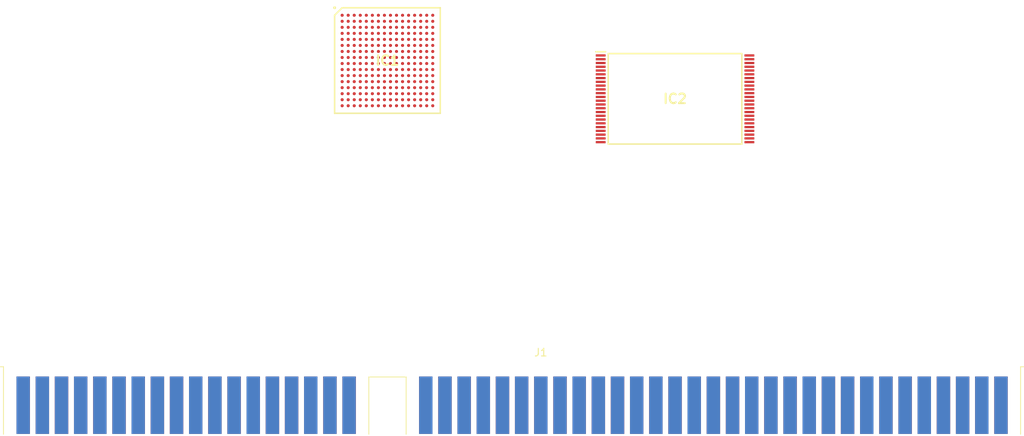
<source format=kicad_pcb>
(kicad_pcb (version 20211014) (generator pcbnew)
  (layers (0 "F.Cu" signal) (31 "B.Cu" signal) (34 "B.Paste" user) (35 "F.Paste" user) (36 "B.SilkS" user "B.Silkscreen") (37 "F.SilkS" user "F.Silkscreen") (38 "B.Mask" user) (39 "F.Mask" user) (44 "Edge.Cuts" user))
  (net 0 "")
  (net 312 "3V3")
  (net 313 "GND")
  (net 314 "1V2")
  (net 315 "VCCPLL")
  (footprint "SamacSys_Parts:BGA256C80P16X16_1400X1400X170" (layer "F.Cu") (at 114.3 88.9)
    (fp_text reference "IC1" (at 0 0) (layer "F.SilkS") (effects (font (size 1.27 1.27) (thickness 0.254))))
    (fp_text value "ICE40HX8K-CT256" hide)
    (fp_line (start 7 7) (end -7 7) (layer "F.SilkS") (width 0.2))
    (fp_line (start -7 -6) (end -6 -7) (layer "F.SilkS") (width 0.2))
    (fp_line (start -7 7) (end -7 -6) (layer "F.SilkS") (width 0.2))
    (fp_line (start 7 -7) (end 7 7) (layer "F.SilkS") (width 0.2))
    (fp_line (start -6 -7) (end 7 -7) (layer "F.SilkS") (width 0.2))
    (fp_circle (center -7 -7) (end -7 -6.9) (layer "F.SilkS") (width 0.2) (fill none))
    (pad "A1" smd circle locked (at -6 -6 90) (size 0.41 0.41) (layers "F.Cu" "F.Paste" "F.Mask"))
    (pad "A2" smd circle locked (at -5.2 -6 90) (size 0.41 0.41) (layers "F.Cu" "F.Paste" "F.Mask"))
    (pad "A3" smd circle locked (at -4.4 -6 90) (size 0.41 0.41) (layers "F.Cu" "F.Paste" "F.Mask") (net 312 "3V3"))
    (pad "A4" smd circle locked (at -3.6 -6 90) (size 0.41 0.41) (layers "F.Cu" "F.Paste" "F.Mask") (net 313 "GND"))
    (pad "A5" smd circle locked (at -2.8 -6 90) (size 0.41 0.41) (layers "F.Cu" "F.Paste" "F.Mask"))
    (pad "A6" smd circle locked (at -2 -6 90) (size 0.41 0.41) (layers "F.Cu" "F.Paste" "F.Mask"))
    (pad "A7" smd circle locked (at -1.2 -6 90) (size 0.41 0.41) (layers "F.Cu" "F.Paste" "F.Mask"))
    (pad "A8" smd circle locked (at -0.4 -6 90) (size 0.41 0.41) (layers "F.Cu" "F.Paste" "F.Mask") (net 312 "3V3"))
    (pad "A9" smd circle locked (at 0.4 -6 90) (size 0.41 0.41) (layers "F.Cu" "F.Paste" "F.Mask"))
    (pad "A10" smd circle locked (at 1.2 -6 90) (size 0.41 0.41) (layers "F.Cu" "F.Paste" "F.Mask"))
    (pad "A11" smd circle locked (at 2 -6 90) (size 0.41 0.41) (layers "F.Cu" "F.Paste" "F.Mask"))
    (pad "A12" smd circle locked (at 2.8 -6 90) (size 0.41 0.41) (layers "F.Cu" "F.Paste" "F.Mask") (net 313 "GND"))
    (pad "A13" smd circle locked (at 3.6 -6 90) (size 0.41 0.41) (layers "F.Cu" "F.Paste" "F.Mask") (net 312 "3V3"))
    (pad "A14" smd circle locked (at 4.4 -6 90) (size 0.41 0.41) (layers "F.Cu" "F.Paste" "F.Mask") (net 314 "1V2"))
    (pad "A15" smd circle locked (at 5.2 -6 90) (size 0.41 0.41) (layers "F.Cu" "F.Paste" "F.Mask"))
    (pad "A16" smd circle locked (at 6 -6 90) (size 0.41 0.41) (layers "F.Cu" "F.Paste" "F.Mask"))
    (pad "B1" smd circle locked (at -6 -5.2 90) (size 0.41 0.41) (layers "F.Cu" "F.Paste" "F.Mask"))
    (pad "B2" smd circle locked (at -5.2 -5.2 90) (size 0.41 0.41) (layers "F.Cu" "F.Paste" "F.Mask"))
    (pad "B3" smd circle locked (at -4.4 -5.2 90) (size 0.41 0.41) (layers "F.Cu" "F.Paste" "F.Mask"))
    (pad "B4" smd circle locked (at -3.6 -5.2 90) (size 0.41 0.41) (layers "F.Cu" "F.Paste" "F.Mask"))
    (pad "B5" smd circle locked (at -2.8 -5.2 90) (size 0.41 0.41) (layers "F.Cu" "F.Paste" "F.Mask"))
    (pad "B6" smd circle locked (at -2 -5.2 90) (size 0.41 0.41) (layers "F.Cu" "F.Paste" "F.Mask"))
    (pad "B7" smd circle locked (at -1.2 -5.2 90) (size 0.41 0.41) (layers "F.Cu" "F.Paste" "F.Mask"))
    (pad "B8" smd circle locked (at -0.4 -5.2 90) (size 0.41 0.41) (layers "F.Cu" "F.Paste" "F.Mask"))
    (pad "B9" smd circle locked (at 0.4 -5.2 90) (size 0.41 0.41) (layers "F.Cu" "F.Paste" "F.Mask"))
    (pad "B10" smd circle locked (at 1.2 -5.2 90) (size 0.41 0.41) (layers "F.Cu" "F.Paste" "F.Mask"))
    (pad "B11" smd circle locked (at 2 -5.2 90) (size 0.41 0.41) (layers "F.Cu" "F.Paste" "F.Mask"))
    (pad "B12" smd circle locked (at 2.8 -5.2 90) (size 0.41 0.41) (layers "F.Cu" "F.Paste" "F.Mask"))
    (pad "B13" smd circle locked (at 3.6 -5.2 90) (size 0.41 0.41) (layers "F.Cu" "F.Paste" "F.Mask"))
    (pad "B14" smd circle locked (at 4.4 -5.2 90) (size 0.41 0.41) (layers "F.Cu" "F.Paste" "F.Mask"))
    (pad "B15" smd circle locked (at 5.2 -5.2 90) (size 0.41 0.41) (layers "F.Cu" "F.Paste" "F.Mask"))
    (pad "B16" smd circle locked (at 6 -5.2 90) (size 0.41 0.41) (layers "F.Cu" "F.Paste" "F.Mask"))
    (pad "C1" smd circle locked (at -6 -4.4 90) (size 0.41 0.41) (layers "F.Cu" "F.Paste" "F.Mask"))
    (pad "C2" smd circle locked (at -5.2 -4.4 90) (size 0.41 0.41) (layers "F.Cu" "F.Paste" "F.Mask"))
    (pad "C3" smd circle locked (at -4.4 -4.4 90) (size 0.41 0.41) (layers "F.Cu" "F.Paste" "F.Mask"))
    (pad "C4" smd circle locked (at -3.6 -4.4 90) (size 0.41 0.41) (layers "F.Cu" "F.Paste" "F.Mask"))
    (pad "C5" smd circle locked (at -2.8 -4.4 90) (size 0.41 0.41) (layers "F.Cu" "F.Paste" "F.Mask"))
    (pad "C6" smd circle locked (at -2 -4.4 90) (size 0.41 0.41) (layers "F.Cu" "F.Paste" "F.Mask"))
    (pad "C7" smd circle locked (at -1.2 -4.4 90) (size 0.41 0.41) (layers "F.Cu" "F.Paste" "F.Mask"))
    (pad "C8" smd circle locked (at -0.4 -4.4 90) (size 0.41 0.41) (layers "F.Cu" "F.Paste" "F.Mask"))
    (pad "C9" smd circle locked (at 0.4 -4.4 90) (size 0.41 0.41) (layers "F.Cu" "F.Paste" "F.Mask"))
    (pad "C10" smd circle locked (at 1.2 -4.4 90) (size 0.41 0.41) (layers "F.Cu" "F.Paste" "F.Mask"))
    (pad "C11" smd circle locked (at 2 -4.4 90) (size 0.41 0.41) (layers "F.Cu" "F.Paste" "F.Mask"))
    (pad "C12" smd circle locked (at 2.8 -4.4 90) (size 0.41 0.41) (layers "F.Cu" "F.Paste" "F.Mask"))
    (pad "C13" smd circle locked (at 3.6 -4.4 90) (size 0.41 0.41) (layers "F.Cu" "F.Paste" "F.Mask"))
    (pad "C14" smd circle locked (at 4.4 -4.4 90) (size 0.41 0.41) (layers "F.Cu" "F.Paste" "F.Mask"))
    (pad "C15" smd circle locked (at 5.2 -4.4 90) (size 0.41 0.41) (layers "F.Cu" "F.Paste" "F.Mask") (net 312 "3V3"))
    (pad "C16" smd circle locked (at 6 -4.4 90) (size 0.41 0.41) (layers "F.Cu" "F.Paste" "F.Mask"))
    (pad "D1" smd circle locked (at -6 -3.6 90) (size 0.41 0.41) (layers "F.Cu" "F.Paste" "F.Mask"))
    (pad "D2" smd circle locked (at -5.2 -3.6 90) (size 0.41 0.41) (layers "F.Cu" "F.Paste" "F.Mask"))
    (pad "D3" smd circle locked (at -4.4 -3.6 90) (size 0.41 0.41) (layers "F.Cu" "F.Paste" "F.Mask"))
    (pad "D4" smd circle locked (at -3.6 -3.6 90) (size 0.41 0.41) (layers "F.Cu" "F.Paste" "F.Mask"))
    (pad "D5" smd circle locked (at -2.8 -3.6 90) (size 0.41 0.41) (layers "F.Cu" "F.Paste" "F.Mask"))
    (pad "D6" smd circle locked (at -2 -3.6 90) (size 0.41 0.41) (layers "F.Cu" "F.Paste" "F.Mask"))
    (pad "D7" smd circle locked (at -1.2 -3.6 90) (size 0.41 0.41) (layers "F.Cu" "F.Paste" "F.Mask"))
    (pad "D8" smd circle locked (at -0.4 -3.6 90) (size 0.41 0.41) (layers "F.Cu" "F.Paste" "F.Mask"))
    (pad "D9" smd circle locked (at 0.4 -3.6 90) (size 0.41 0.41) (layers "F.Cu" "F.Paste" "F.Mask"))
    (pad "D10" smd circle locked (at 1.2 -3.6 90) (size 0.41 0.41) (layers "F.Cu" "F.Paste" "F.Mask"))
    (pad "D11" smd circle locked (at 2 -3.6 90) (size 0.41 0.41) (layers "F.Cu" "F.Paste" "F.Mask"))
    (pad "D12" smd circle locked (at 2.8 -3.6 90) (size 0.41 0.41) (layers "F.Cu" "F.Paste" "F.Mask"))
    (pad "D13" smd circle locked (at 3.6 -3.6 90) (size 0.41 0.41) (layers "F.Cu" "F.Paste" "F.Mask"))
    (pad "D14" smd circle locked (at 4.4 -3.6 90) (size 0.41 0.41) (layers "F.Cu" "F.Paste" "F.Mask"))
    (pad "D15" smd circle locked (at 5.2 -3.6 90) (size 0.41 0.41) (layers "F.Cu" "F.Paste" "F.Mask"))
    (pad "D16" smd circle locked (at 6 -3.6 90) (size 0.41 0.41) (layers "F.Cu" "F.Paste" "F.Mask"))
    (pad "E1" smd circle locked (at -6 -2.8 90) (size 0.41 0.41) (layers "F.Cu" "F.Paste" "F.Mask") (net 312 "3V3"))
    (pad "E2" smd circle locked (at -5.2 -2.8 90) (size 0.41 0.41) (layers "F.Cu" "F.Paste" "F.Mask"))
    (pad "E3" smd circle locked (at -4.4 -2.8 90) (size 0.41 0.41) (layers "F.Cu" "F.Paste" "F.Mask"))
    (pad "E4" smd circle locked (at -3.6 -2.8 90) (size 0.41 0.41) (layers "F.Cu" "F.Paste" "F.Mask"))
    (pad "E5" smd circle locked (at -2.8 -2.8 90) (size 0.41 0.41) (layers "F.Cu" "F.Paste" "F.Mask"))
    (pad "E6" smd circle locked (at -2 -2.8 90) (size 0.41 0.41) (layers "F.Cu" "F.Paste" "F.Mask"))
    (pad "E7" smd circle locked (at -1.2 -2.8 90) (size 0.41 0.41) (layers "F.Cu" "F.Paste" "F.Mask") (net 313 "GND"))
    (pad "E8" smd circle locked (at -0.4 -2.8 90) (size 0.41 0.41) (layers "F.Cu" "F.Paste" "F.Mask") (net 315 "VCCPLL"))
    (pad "E9" smd circle locked (at 0.4 -2.8 90) (size 0.41 0.41) (layers "F.Cu" "F.Paste" "F.Mask"))
    (pad "E10" smd circle locked (at 1.2 -2.8 90) (size 0.41 0.41) (layers "F.Cu" "F.Paste" "F.Mask"))
    (pad "E11" smd circle locked (at 2 -2.8 90) (size 0.41 0.41) (layers "F.Cu" "F.Paste" "F.Mask"))
    (pad "E12" smd circle locked (at 2.8 -2.8 90) (size 0.41 0.41) (layers "F.Cu" "F.Paste" "F.Mask"))
    (pad "E13" smd circle locked (at 3.6 -2.8 90) (size 0.41 0.41) (layers "F.Cu" "F.Paste" "F.Mask"))
    (pad "E14" smd circle locked (at 4.4 -2.8 90) (size 0.41 0.41) (layers "F.Cu" "F.Paste" "F.Mask"))
    (pad "E15" smd circle locked (at 5.2 -2.8 90) (size 0.41 0.41) (layers "F.Cu" "F.Paste" "F.Mask") (net 313 "GND"))
    (pad "E16" smd circle locked (at 6 -2.8 90) (size 0.41 0.41) (layers "F.Cu" "F.Paste" "F.Mask"))
    (pad "F1" smd circle locked (at -6 -2 90) (size 0.41 0.41) (layers "F.Cu" "F.Paste" "F.Mask"))
    (pad "F2" smd circle locked (at -5.2 -2 90) (size 0.41 0.41) (layers "F.Cu" "F.Paste" "F.Mask"))
    (pad "F3" smd circle locked (at -4.4 -2 90) (size 0.41 0.41) (layers "F.Cu" "F.Paste" "F.Mask"))
    (pad "F4" smd circle locked (at -3.6 -2 90) (size 0.41 0.41) (layers "F.Cu" "F.Paste" "F.Mask"))
    (pad "F5" smd circle locked (at -2.8 -2 90) (size 0.41 0.41) (layers "F.Cu" "F.Paste" "F.Mask"))
    (pad "F6" smd circle locked (at -2 -2 90) (size 0.41 0.41) (layers "F.Cu" "F.Paste" "F.Mask") (net 314 "1V2"))
    (pad "F7" smd circle locked (at -1.2 -2 90) (size 0.41 0.41) (layers "F.Cu" "F.Paste" "F.Mask"))
    (pad "F8" smd circle locked (at -0.4 -2 90) (size 0.41 0.41) (layers "F.Cu" "F.Paste" "F.Mask") (net 312 "3V3"))
    (pad "F9" smd circle locked (at 0.4 -2 90) (size 0.41 0.41) (layers "F.Cu" "F.Paste" "F.Mask"))
    (pad "F10" smd circle locked (at 1.2 -2 90) (size 0.41 0.41) (layers "F.Cu" "F.Paste" "F.Mask") (net 314 "1V2"))
    (pad "F11" smd circle locked (at 2 -2 90) (size 0.41 0.41) (layers "F.Cu" "F.Paste" "F.Mask"))
    (pad "F12" smd circle locked (at 2.8 -2 90) (size 0.41 0.41) (layers "F.Cu" "F.Paste" "F.Mask"))
    (pad "F13" smd circle locked (at 3.6 -2 90) (size 0.41 0.41) (layers "F.Cu" "F.Paste" "F.Mask"))
    (pad "F14" smd circle locked (at 4.4 -2 90) (size 0.41 0.41) (layers "F.Cu" "F.Paste" "F.Mask"))
    (pad "F15" smd circle locked (at 5.2 -2 90) (size 0.41 0.41) (layers "F.Cu" "F.Paste" "F.Mask"))
    (pad "F16" smd circle locked (at 6 -2 90) (size 0.41 0.41) (layers "F.Cu" "F.Paste" "F.Mask"))
    (pad "G1" smd circle locked (at -6 -1.2 90) (size 0.41 0.41) (layers "F.Cu" "F.Paste" "F.Mask"))
    (pad "G2" smd circle locked (at -5.2 -1.2 90) (size 0.41 0.41) (layers "F.Cu" "F.Paste" "F.Mask"))
    (pad "G3" smd circle locked (at -4.4 -1.2 90) (size 0.41 0.41) (layers "F.Cu" "F.Paste" "F.Mask"))
    (pad "G4" smd circle locked (at -3.6 -1.2 90) (size 0.41 0.41) (layers "F.Cu" "F.Paste" "F.Mask"))
    (pad "G5" smd circle locked (at -2.8 -1.2 90) (size 0.41 0.41) (layers "F.Cu" "F.Paste" "F.Mask"))
    (pad "G6" smd circle locked (at -2 -1.2 90) (size 0.41 0.41) (layers "F.Cu" "F.Paste" "F.Mask") (net 312 "3V3"))
    (pad "G7" smd circle locked (at -1.2 -1.2 90) (size 0.41 0.41) (layers "F.Cu" "F.Paste" "F.Mask") (net 313 "GND"))
    (pad "G8" smd circle locked (at -0.4 -1.2 90) (size 0.41 0.41) (layers "F.Cu" "F.Paste" "F.Mask") (net 313 "GND"))
    (pad "G9" smd circle locked (at 0.4 -1.2 90) (size 0.41 0.41) (layers "F.Cu" "F.Paste" "F.Mask") (net 313 "GND"))
    (pad "G10" smd circle locked (at 1.2 -1.2 90) (size 0.41 0.41) (layers "F.Cu" "F.Paste" "F.Mask"))
    (pad "G11" smd circle locked (at 2 -1.2 90) (size 0.41 0.41) (layers "F.Cu" "F.Paste" "F.Mask"))
    (pad "G12" smd circle locked (at 2.8 -1.2 90) (size 0.41 0.41) (layers "F.Cu" "F.Paste" "F.Mask"))
    (pad "G13" smd circle locked (at 3.6 -1.2 90) (size 0.41 0.41) (layers "F.Cu" "F.Paste" "F.Mask"))
    (pad "G14" smd circle locked (at 4.4 -1.2 90) (size 0.41 0.41) (layers "F.Cu" "F.Paste" "F.Mask"))
    (pad "G15" smd circle locked (at 5.2 -1.2 90) (size 0.41 0.41) (layers "F.Cu" "F.Paste" "F.Mask"))
    (pad "G16" smd circle locked (at 6 -1.2 90) (size 0.41 0.41) (layers "F.Cu" "F.Paste" "F.Mask"))
    (pad "H1" smd circle locked (at -6 -0.4 90) (size 0.41 0.41) (layers "F.Cu" "F.Paste" "F.Mask"))
    (pad "H2" smd circle locked (at -5.2 -0.4 90) (size 0.41 0.41) (layers "F.Cu" "F.Paste" "F.Mask"))
    (pad "H3" smd circle locked (at -4.4 -0.4 90) (size 0.41 0.41) (layers "F.Cu" "F.Paste" "F.Mask"))
    (pad "H4" smd circle locked (at -3.6 -0.4 90) (size 0.41 0.41) (layers "F.Cu" "F.Paste" "F.Mask"))
    (pad "H5" smd circle locked (at -2.8 -0.4 90) (size 0.41 0.41) (layers "F.Cu" "F.Paste" "F.Mask"))
    (pad "H6" smd circle locked (at -2 -0.4 90) (size 0.41 0.41) (layers "F.Cu" "F.Paste" "F.Mask"))
    (pad "H7" smd circle locked (at -1.2 -0.4 90) (size 0.41 0.41) (layers "F.Cu" "F.Paste" "F.Mask") (net 313 "GND"))
    (pad "H8" smd circle locked (at -0.4 -0.4 90) (size 0.41 0.41) (layers "F.Cu" "F.Paste" "F.Mask") (net 313 "GND"))
    (pad "H9" smd circle locked (at 0.4 -0.4 90) (size 0.41 0.41) (layers "F.Cu" "F.Paste" "F.Mask") (net 313 "GND"))
    (pad "H10" smd circle locked (at 1.2 -0.4 90) (size 0.41 0.41) (layers "F.Cu" "F.Paste" "F.Mask") (net 312 "3V3"))
    (pad "H11" smd circle locked (at 2 -0.4 90) (size 0.41 0.41) (layers "F.Cu" "F.Paste" "F.Mask"))
    (pad "H12" smd circle locked (at 2.8 -0.4 90) (size 0.41 0.41) (layers "F.Cu" "F.Paste" "F.Mask"))
    (pad "H13" smd circle locked (at 3.6 -0.4 90) (size 0.41 0.41) (layers "F.Cu" "F.Paste" "F.Mask"))
    (pad "H14" smd circle locked (at 4.4 -0.4 90) (size 0.41 0.41) (layers "F.Cu" "F.Paste" "F.Mask"))
    (pad "H15" smd circle locked (at 5.2 -0.4 90) (size 0.41 0.41) (layers "F.Cu" "F.Paste" "F.Mask") (net 312 "3V3"))
    (pad "H16" smd circle locked (at 6 -0.4 90) (size 0.41 0.41) (layers "F.Cu" "F.Paste" "F.Mask"))
    (pad "J1" smd circle locked (at -6 0.4 90) (size 0.41 0.41) (layers "F.Cu" "F.Paste" "F.Mask"))
    (pad "J2" smd circle locked (at -5.2 0.4 90) (size 0.41 0.41) (layers "F.Cu" "F.Paste" "F.Mask"))
    (pad "J3" smd circle locked (at -4.4 0.4 90) (size 0.41 0.41) (layers "F.Cu" "F.Paste" "F.Mask"))
    (pad "J4" smd circle locked (at -3.6 0.4 90) (size 0.41 0.41) (layers "F.Cu" "F.Paste" "F.Mask"))
    (pad "J5" smd circle locked (at -2.8 0.4 90) (size 0.41 0.41) (layers "F.Cu" "F.Paste" "F.Mask"))
    (pad "J6" smd circle locked (at -2 0.4 90) (size 0.41 0.41) (layers "F.Cu" "F.Paste" "F.Mask") (net 312 "3V3"))
    (pad "J7" smd circle locked (at -1.2 0.4 90) (size 0.41 0.41) (layers "F.Cu" "F.Paste" "F.Mask") (net 313 "GND"))
    (pad "J8" smd circle locked (at -0.4 0.4 90) (size 0.41 0.41) (layers "F.Cu" "F.Paste" "F.Mask") (net 313 "GND"))
    (pad "J9" smd circle locked (at 0.4 0.4 90) (size 0.41 0.41) (layers "F.Cu" "F.Paste" "F.Mask") (net 313 "GND"))
    (pad "J10" smd circle locked (at 1.2 0.4 90) (size 0.41 0.41) (layers "F.Cu" "F.Paste" "F.Mask"))
    (pad "J11" smd circle locked (at 2 0.4 90) (size 0.41 0.41) (layers "F.Cu" "F.Paste" "F.Mask"))
    (pad "J12" smd circle locked (at 2.8 0.4 90) (size 0.41 0.41) (layers "F.Cu" "F.Paste" "F.Mask"))
    (pad "J13" smd circle locked (at 3.6 0.4 90) (size 0.41 0.41) (layers "F.Cu" "F.Paste" "F.Mask"))
    (pad "J14" smd circle locked (at 4.4 0.4 90) (size 0.41 0.41) (layers "F.Cu" "F.Paste" "F.Mask"))
    (pad "J15" smd circle locked (at 5.2 0.4 90) (size 0.41 0.41) (layers "F.Cu" "F.Paste" "F.Mask"))
    (pad "J16" smd circle locked (at 6 0.4 90) (size 0.41 0.41) (layers "F.Cu" "F.Paste" "F.Mask"))
    (pad "K1" smd circle locked (at -6 1.2 90) (size 0.41 0.41) (layers "F.Cu" "F.Paste" "F.Mask"))
    (pad "K2" smd circle locked (at -5.2 1.2 90) (size 0.41 0.41) (layers "F.Cu" "F.Paste" "F.Mask") (net 313 "GND"))
    (pad "K3" smd circle locked (at -4.4 1.2 90) (size 0.41 0.41) (layers "F.Cu" "F.Paste" "F.Mask"))
    (pad "K4" smd circle locked (at -3.6 1.2 90) (size 0.41 0.41) (layers "F.Cu" "F.Paste" "F.Mask"))
    (pad "K5" smd circle locked (at -2.8 1.2 90) (size 0.41 0.41) (layers "F.Cu" "F.Paste" "F.Mask"))
    (pad "K6" smd circle locked (at -2 1.2 90) (size 0.41 0.41) (layers "F.Cu" "F.Paste" "F.Mask") (net 314 "1V2"))
    (pad "K7" smd circle locked (at -1.2 1.2 90) (size 0.41 0.41) (layers "F.Cu" "F.Paste" "F.Mask") (net 313 "GND"))
    (pad "K8" smd circle locked (at -0.4 1.2 90) (size 0.41 0.41) (layers "F.Cu" "F.Paste" "F.Mask") (net 312 "3V3"))
    (pad "K9" smd circle locked (at 0.4 1.2 90) (size 0.41 0.41) (layers "F.Cu" "F.Paste" "F.Mask"))
    (pad "K10" smd circle locked (at 1.2 1.2 90) (size 0.41 0.41) (layers "F.Cu" "F.Paste" "F.Mask") (net 314 "1V2"))
    (pad "K11" smd circle locked (at 2 1.2 90) (size 0.41 0.41) (layers "F.Cu" "F.Paste" "F.Mask"))
    (pad "K12" smd circle locked (at 2.8 1.2 90) (size 0.41 0.41) (layers "F.Cu" "F.Paste" "F.Mask"))
    (pad "K13" smd circle locked (at 3.6 1.2 90) (size 0.41 0.41) (layers "F.Cu" "F.Paste" "F.Mask"))
    (pad "K14" smd circle locked (at 4.4 1.2 90) (size 0.41 0.41) (layers "F.Cu" "F.Paste" "F.Mask"))
    (pad "K15" smd circle locked (at 5.2 1.2 90) (size 0.41 0.41) (layers "F.Cu" "F.Paste" "F.Mask"))
    (pad "K16" smd circle locked (at 6 1.2 90) (size 0.41 0.41) (layers "F.Cu" "F.Paste" "F.Mask"))
    (pad "L1" smd circle locked (at -6 2 90) (size 0.41 0.41) (layers "F.Cu" "F.Paste" "F.Mask"))
    (pad "L2" smd circle locked (at -5.2 2 90) (size 0.41 0.41) (layers "F.Cu" "F.Paste" "F.Mask") (net 314 "1V2"))
    (pad "L3" smd circle locked (at -4.4 2 90) (size 0.41 0.41) (layers "F.Cu" "F.Paste" "F.Mask"))
    (pad "L4" smd circle locked (at -3.6 2 90) (size 0.41 0.41) (layers "F.Cu" "F.Paste" "F.Mask"))
    (pad "L5" smd circle locked (at -2.8 2 90) (size 0.41 0.41) (layers "F.Cu" "F.Paste" "F.Mask"))
    (pad "L6" smd circle locked (at -2 2 90) (size 0.41 0.41) (layers "F.Cu" "F.Paste" "F.Mask"))
    (pad "L7" smd circle locked (at -1.2 2 90) (size 0.41 0.41) (layers "F.Cu" "F.Paste" "F.Mask"))
    (pad "L8" smd circle locked (at -0.4 2 90) (size 0.41 0.41) (layers "F.Cu" "F.Paste" "F.Mask") (net 315 "VCCPLL"))
    (pad "L9" smd circle locked (at 0.4 2 90) (size 0.41 0.41) (layers "F.Cu" "F.Paste" "F.Mask"))
    (pad "L10" smd circle locked (at 1.2 2 90) (size 0.41 0.41) (layers "F.Cu" "F.Paste" "F.Mask"))
    (pad "L11" smd circle locked (at 2 2 90) (size 0.41 0.41) (layers "F.Cu" "F.Paste" "F.Mask"))
    (pad "L12" smd circle locked (at 2.8 2 90) (size 0.41 0.41) (layers "F.Cu" "F.Paste" "F.Mask"))
    (pad "L13" smd circle locked (at 3.6 2 90) (size 0.41 0.41) (layers "F.Cu" "F.Paste" "F.Mask"))
    (pad "L14" smd circle locked (at 4.4 2 90) (size 0.41 0.41) (layers "F.Cu" "F.Paste" "F.Mask"))
    (pad "L15" smd circle locked (at 5.2 2 90) (size 0.41 0.41) (layers "F.Cu" "F.Paste" "F.Mask") (net 313 "GND"))
    (pad "L16" smd circle locked (at 6 2 90) (size 0.41 0.41) (layers "F.Cu" "F.Paste" "F.Mask"))
    (pad "M1" smd circle locked (at -6 2.8 90) (size 0.41 0.41) (layers "F.Cu" "F.Paste" "F.Mask"))
    (pad "M2" smd circle locked (at -5.2 2.8 90) (size 0.41 0.41) (layers "F.Cu" "F.Paste" "F.Mask"))
    (pad "M3" smd circle locked (at -4.4 2.8 90) (size 0.41 0.41) (layers "F.Cu" "F.Paste" "F.Mask"))
    (pad "M4" smd circle locked (at -3.6 2.8 90) (size 0.41 0.41) (layers "F.Cu" "F.Paste" "F.Mask"))
    (pad "M5" smd circle locked (at -2.8 2.8 90) (size 0.41 0.41) (layers "F.Cu" "F.Paste" "F.Mask"))
    (pad "M6" smd circle locked (at -2 2.8 90) (size 0.41 0.41) (layers "F.Cu" "F.Paste" "F.Mask"))
    (pad "M7" smd circle locked (at -1.2 2.8 90) (size 0.41 0.41) (layers "F.Cu" "F.Paste" "F.Mask"))
    (pad "M8" smd circle locked (at -0.4 2.8 90) (size 0.41 0.41) (layers "F.Cu" "F.Paste" "F.Mask"))
    (pad "M9" smd circle locked (at 0.4 2.8 90) (size 0.41 0.41) (layers "F.Cu" "F.Paste" "F.Mask"))
    (pad "M10" smd circle locked (at 1.2 2.8 90) (size 0.41 0.41) (layers "F.Cu" "F.Paste" "F.Mask"))
    (pad "M11" smd circle locked (at 2 2.8 90) (size 0.41 0.41) (layers "F.Cu" "F.Paste" "F.Mask"))
    (pad "M12" smd circle locked (at 2.8 2.8 90) (size 0.41 0.41) (layers "F.Cu" "F.Paste" "F.Mask"))
    (pad "M13" smd circle locked (at 3.6 2.8 90) (size 0.41 0.41) (layers "F.Cu" "F.Paste" "F.Mask"))
    (pad "M14" smd circle locked (at 4.4 2.8 90) (size 0.41 0.41) (layers "F.Cu" "F.Paste" "F.Mask"))
    (pad "M15" smd circle locked (at 5.2 2.8 90) (size 0.41 0.41) (layers "F.Cu" "F.Paste" "F.Mask"))
    (pad "M16" smd circle locked (at 6 2.8 90) (size 0.41 0.41) (layers "F.Cu" "F.Paste" "F.Mask"))
    (pad "N1" smd circle locked (at -6 3.6 90) (size 0.41 0.41) (layers "F.Cu" "F.Paste" "F.Mask") (net 312 "3V3"))
    (pad "N2" smd circle locked (at -5.2 3.6 90) (size 0.41 0.41) (layers "F.Cu" "F.Paste" "F.Mask"))
    (pad "N3" smd circle locked (at -4.4 3.6 90) (size 0.41 0.41) (layers "F.Cu" "F.Paste" "F.Mask"))
    (pad "N4" smd circle locked (at -3.6 3.6 90) (size 0.41 0.41) (layers "F.Cu" "F.Paste" "F.Mask"))
    (pad "N5" smd circle locked (at -2.8 3.6 90) (size 0.41 0.41) (layers "F.Cu" "F.Paste" "F.Mask"))
    (pad "N6" smd circle locked (at -2 3.6 90) (size 0.41 0.41) (layers "F.Cu" "F.Paste" "F.Mask"))
    (pad "N7" smd circle locked (at -1.2 3.6 90) (size 0.41 0.41) (layers "F.Cu" "F.Paste" "F.Mask"))
    (pad "N8" smd circle locked (at -0.4 3.6 90) (size 0.41 0.41) (layers "F.Cu" "F.Paste" "F.Mask") (net 313 "GND"))
    (pad "N9" smd circle locked (at 0.4 3.6 90) (size 0.41 0.41) (layers "F.Cu" "F.Paste" "F.Mask"))
    (pad "N10" smd circle locked (at 1.2 3.6 90) (size 0.41 0.41) (layers "F.Cu" "F.Paste" "F.Mask"))
    (pad "N11" smd circle locked (at 2 3.6 90) (size 0.41 0.41) (layers "F.Cu" "F.Paste" "F.Mask"))
    (pad "N12" smd circle locked (at 2.8 3.6 90) (size 0.41 0.41) (layers "F.Cu" "F.Paste" "F.Mask"))
    (pad "N13" smd circle locked (at 3.6 3.6 90) (size 0.41 0.41) (layers "F.Cu" "F.Paste" "F.Mask"))
    (pad "N14" smd circle locked (at 4.4 3.6 90) (size 0.41 0.41) (layers "F.Cu" "F.Paste" "F.Mask"))
    (pad "N15" smd circle locked (at 5.2 3.6 90) (size 0.41 0.41) (layers "F.Cu" "F.Paste" "F.Mask") (net 312 "3V3"))
    (pad "N16" smd circle locked (at 6 3.6 90) (size 0.41 0.41) (layers "F.Cu" "F.Paste" "F.Mask"))
    (pad "P1" smd circle locked (at -6 4.4 90) (size 0.41 0.41) (layers "F.Cu" "F.Paste" "F.Mask"))
    (pad "P2" smd circle locked (at -5.2 4.4 90) (size 0.41 0.41) (layers "F.Cu" "F.Paste" "F.Mask"))
    (pad "P3" smd circle locked (at -4.4 4.4 90) (size 0.41 0.41) (layers "F.Cu" "F.Paste" "F.Mask") (net 312 "3V3"))
    (pad "P4" smd circle locked (at -3.6 4.4 90) (size 0.41 0.41) (layers "F.Cu" "F.Paste" "F.Mask"))
    (pad "P5" smd circle locked (at -2.8 4.4 90) (size 0.41 0.41) (layers "F.Cu" "F.Paste" "F.Mask"))
    (pad "P6" smd circle locked (at -2 4.4 90) (size 0.41 0.41) (layers "F.Cu" "F.Paste" "F.Mask"))
    (pad "P7" smd circle locked (at -1.2 4.4 90) (size 0.41 0.41) (layers "F.Cu" "F.Paste" "F.Mask"))
    (pad "P8" smd circle locked (at -0.4 4.4 90) (size 0.41 0.41) (layers "F.Cu" "F.Paste" "F.Mask"))
    (pad "P9" smd circle locked (at 0.4 4.4 90) (size 0.41 0.41) (layers "F.Cu" "F.Paste" "F.Mask"))
    (pad "P10" smd circle locked (at 1.2 4.4 90) (size 0.41 0.41) (layers "F.Cu" "F.Paste" "F.Mask"))
    (pad "P11" smd circle locked (at 2 4.4 90) (size 0.41 0.41) (layers "F.Cu" "F.Paste" "F.Mask"))
    (pad "P12" smd circle locked (at 2.8 4.4 90) (size 0.41 0.41) (layers "F.Cu" "F.Paste" "F.Mask"))
    (pad "P13" smd circle locked (at 3.6 4.4 90) (size 0.41 0.41) (layers "F.Cu" "F.Paste" "F.Mask"))
    (pad "P14" smd circle locked (at 4.4 4.4 90) (size 0.41 0.41) (layers "F.Cu" "F.Paste" "F.Mask"))
    (pad "P15" smd circle locked (at 5.2 4.4 90) (size 0.41 0.41) (layers "F.Cu" "F.Paste" "F.Mask"))
    (pad "P16" smd circle locked (at 6 4.4 90) (size 0.41 0.41) (layers "F.Cu" "F.Paste" "F.Mask"))
    (pad "R1" smd circle locked (at -6 5.2 90) (size 0.41 0.41) (layers "F.Cu" "F.Paste" "F.Mask"))
    (pad "R2" smd circle locked (at -5.2 5.2 90) (size 0.41 0.41) (layers "F.Cu" "F.Paste" "F.Mask"))
    (pad "R3" smd circle locked (at -4.4 5.2 90) (size 0.41 0.41) (layers "F.Cu" "F.Paste" "F.Mask"))
    (pad "R4" smd circle locked (at -3.6 5.2 90) (size 0.41 0.41) (layers "F.Cu" "F.Paste" "F.Mask"))
    (pad "R5" smd circle locked (at -2.8 5.2 90) (size 0.41 0.41) (layers "F.Cu" "F.Paste" "F.Mask"))
    (pad "R6" smd circle locked (at -2 5.2 90) (size 0.41 0.41) (layers "F.Cu" "F.Paste" "F.Mask"))
    (pad "R7" smd circle locked (at -1.2 5.2 90) (size 0.41 0.41) (layers "F.Cu" "F.Paste" "F.Mask") (net 313 "GND"))
    (pad "R8" smd circle locked (at -0.4 5.2 90) (size 0.41 0.41) (layers "F.Cu" "F.Paste" "F.Mask"))
    (pad "R9" smd circle locked (at 0.4 5.2 90) (size 0.41 0.41) (layers "F.Cu" "F.Paste" "F.Mask"))
    (pad "R10" smd circle locked (at 1.2 5.2 90) (size 0.41 0.41) (layers "F.Cu" "F.Paste" "F.Mask"))
    (pad "R11" smd circle locked (at 2 5.2 90) (size 0.41 0.41) (layers "F.Cu" "F.Paste" "F.Mask"))
    (pad "R12" smd circle locked (at 2.8 5.2 90) (size 0.41 0.41) (layers "F.Cu" "F.Paste" "F.Mask"))
    (pad "R13" smd circle locked (at 3.6 5.2 90) (size 0.41 0.41) (layers "F.Cu" "F.Paste" "F.Mask") (net 312 "3V3"))
    (pad "R14" smd circle locked (at 4.4 5.2 90) (size 0.41 0.41) (layers "F.Cu" "F.Paste" "F.Mask"))
    (pad "R15" smd circle locked (at 5.2 5.2 90) (size 0.41 0.41) (layers "F.Cu" "F.Paste" "F.Mask"))
    (pad "R16" smd circle locked (at 6 5.2 90) (size 0.41 0.41) (layers "F.Cu" "F.Paste" "F.Mask"))
    (pad "T1" smd circle locked (at -6 6 90) (size 0.41 0.41) (layers "F.Cu" "F.Paste" "F.Mask"))
    (pad "T2" smd circle locked (at -5.2 6 90) (size 0.41 0.41) (layers "F.Cu" "F.Paste" "F.Mask"))
    (pad "T3" smd circle locked (at -4.4 6 90) (size 0.41 0.41) (layers "F.Cu" "F.Paste" "F.Mask"))
    (pad "T4" smd circle locked (at -3.6 6 90) (size 0.41 0.41) (layers "F.Cu" "F.Paste" "F.Mask") (net 313 "GND"))
    (pad "T5" smd circle locked (at -2.8 6 90) (size 0.41 0.41) (layers "F.Cu" "F.Paste" "F.Mask"))
    (pad "T6" smd circle locked (at -2 6 90) (size 0.41 0.41) (layers "F.Cu" "F.Paste" "F.Mask"))
    (pad "T7" smd circle locked (at -1.2 6 90) (size 0.41 0.41) (layers "F.Cu" "F.Paste" "F.Mask"))
    (pad "T8" smd circle locked (at -0.4 6 90) (size 0.41 0.41) (layers "F.Cu" "F.Paste" "F.Mask"))
    (pad "T9" smd circle locked (at 0.4 6 90) (size 0.41 0.41) (layers "F.Cu" "F.Paste" "F.Mask"))
    (pad "T10" smd circle locked (at 1.2 6 90) (size 0.41 0.41) (layers "F.Cu" "F.Paste" "F.Mask"))
    (pad "T11" smd circle locked (at 2 6 90) (size 0.41 0.41) (layers "F.Cu" "F.Paste" "F.Mask"))
    (pad "T12" smd circle locked (at 2.8 6 90) (size 0.41 0.41) (layers "F.Cu" "F.Paste" "F.Mask") (net 313 "GND"))
    (pad "T13" smd circle locked (at 3.6 6 90) (size 0.41 0.41) (layers "F.Cu" "F.Paste" "F.Mask"))
    (pad "T14" smd circle locked (at 4.4 6 90) (size 0.41 0.41) (layers "F.Cu" "F.Paste" "F.Mask"))
    (pad "T15" smd circle locked (at 5.2 6 90) (size 0.41 0.41) (layers "F.Cu" "F.Paste" "F.Mask"))
    (pad "T16" smd circle locked (at 6 6 90) (size 0.41 0.41) (layers "F.Cu" "F.Paste" "F.Mask"))
  )
  (footprint "Connector_PCBEdge:BUS_AT" (layer "F.Cu") (at 195.58 134.62)
    (fp_text reference "J1" (at -60.96 -6.99) (layer "F.SilkS"))
    (fp_text value "Bus_ISA_16bit")
    (fp_line (start -132.15 -5.1) (end -132.55 -5.1) (layer "F.SilkS") (width 0.12))
    (fp_line (start -83.75 3.85) (end -83.75 -3.75) (layer "F.SilkS") (width 0.12))
    (fp_line (start 2.6 -5.1) (end 3 -5.1) (layer "F.SilkS") (width 0.12))
    (fp_line (start -132.15 3.85) (end -132.15 -5.1) (layer "F.SilkS") (width 0.12))
    (fp_line (start -78.8 -3.75) (end -78.8 3.85) (layer "F.SilkS") (width 0.12))
    (fp_line (start 2.6 3.85) (end 2.6 -5.1) (layer "F.SilkS") (width 0.12))
    (fp_line (start -83.75 -3.75) (end -78.8 -3.75) (layer "F.SilkS") (width 0.12))
    (pad "1" connect rect (at 0 0) (size 1.78 7.62) (layers "B.Cu" "B.Mask"))
    (pad "2" connect rect (at -2.54 0) (size 1.78 7.62) (layers "B.Cu" "B.Mask"))
    (pad "3" connect rect (at -5.08 0) (size 1.78 7.62) (layers "B.Cu" "B.Mask"))
    (pad "4" connect rect (at -7.62 0) (size 1.78 7.62) (layers "B.Cu" "B.Mask"))
    (pad "5" connect rect (at -10.16 0) (size 1.78 7.62) (layers "B.Cu" "B.Mask"))
    (pad "6" connect rect (at -12.7 0) (size 1.78 7.62) (layers "B.Cu" "B.Mask"))
    (pad "7" connect rect (at -15.24 0) (size 1.78 7.62) (layers "B.Cu" "B.Mask"))
    (pad "8" connect rect (at -17.78 0) (size 1.78 7.62) (layers "B.Cu" "B.Mask"))
    (pad "9" connect rect (at -20.32 0) (size 1.78 7.62) (layers "B.Cu" "B.Mask"))
    (pad "10" connect rect (at -22.86 0) (size 1.78 7.62) (layers "B.Cu" "B.Mask"))
    (pad "11" connect rect (at -25.4 0) (size 1.78 7.62) (layers "B.Cu" "B.Mask"))
    (pad "12" connect rect (at -27.94 0) (size 1.78 7.62) (layers "B.Cu" "B.Mask"))
    (pad "13" connect rect (at -30.48 0) (size 1.78 7.62) (layers "B.Cu" "B.Mask"))
    (pad "14" connect rect (at -33.02 0) (size 1.78 7.62) (layers "B.Cu" "B.Mask"))
    (pad "15" connect rect (at -35.56 0) (size 1.78 7.62) (layers "B.Cu" "B.Mask"))
    (pad "16" connect rect (at -38.1 0) (size 1.78 7.62) (layers "B.Cu" "B.Mask"))
    (pad "17" connect rect (at -40.64 0) (size 1.78 7.62) (layers "B.Cu" "B.Mask"))
    (pad "18" connect rect (at -43.18 0) (size 1.78 7.62) (layers "B.Cu" "B.Mask"))
    (pad "19" connect rect (at -45.72 0) (size 1.78 7.62) (layers "B.Cu" "B.Mask"))
    (pad "20" connect rect (at -48.26 0) (size 1.78 7.62) (layers "B.Cu" "B.Mask"))
    (pad "21" connect rect (at -50.8 0) (size 1.78 7.62) (layers "B.Cu" "B.Mask"))
    (pad "22" connect rect (at -53.34 0) (size 1.78 7.62) (layers "B.Cu" "B.Mask"))
    (pad "23" connect rect (at -55.88 0) (size 1.78 7.62) (layers "B.Cu" "B.Mask"))
    (pad "24" connect rect (at -58.42 0) (size 1.78 7.62) (layers "B.Cu" "B.Mask"))
    (pad "25" connect rect (at -60.96 0) (size 1.78 7.62) (layers "B.Cu" "B.Mask"))
    (pad "26" connect rect (at -63.5 0) (size 1.78 7.62) (layers "B.Cu" "B.Mask"))
    (pad "27" connect rect (at -66.04 0) (size 1.78 7.62) (layers "B.Cu" "B.Mask"))
    (pad "28" connect rect (at -68.58 0) (size 1.78 7.62) (layers "B.Cu" "B.Mask"))
    (pad "29" connect rect (at -71.12 0) (size 1.78 7.62) (layers "B.Cu" "B.Mask"))
    (pad "30" connect rect (at -73.66 0) (size 1.78 7.62) (layers "B.Cu" "B.Mask"))
    (pad "31" connect rect (at -76.2 0) (size 1.78 7.62) (layers "B.Cu" "B.Mask"))
    (pad "32" connect rect (at 0 0) (size 1.78 7.62) (layers "F.Cu" "F.Mask"))
    (pad "33" connect rect (at -2.54 0) (size 1.78 7.62) (layers "F.Cu" "F.Mask"))
    (pad "34" connect rect (at -5.08 0) (size 1.78 7.62) (layers "F.Cu" "F.Mask"))
    (pad "35" connect rect (at -7.62 0) (size 1.78 7.62) (layers "F.Cu" "F.Mask"))
    (pad "36" connect rect (at -10.16 0) (size 1.78 7.62) (layers "F.Cu" "F.Mask"))
    (pad "37" connect rect (at -12.7 0) (size 1.78 7.62) (layers "F.Cu" "F.Mask"))
    (pad "38" connect rect (at -15.24 0) (size 1.78 7.62) (layers "F.Cu" "F.Mask"))
    (pad "39" connect rect (at -17.78 0) (size 1.78 7.62) (layers "F.Cu" "F.Mask"))
    (pad "40" connect rect (at -20.32 0) (size 1.78 7.62) (layers "F.Cu" "F.Mask"))
    (pad "41" connect rect (at -22.86 0) (size 1.78 7.62) (layers "F.Cu" "F.Mask"))
    (pad "42" connect rect (at -25.4 0) (size 1.78 7.62) (layers "F.Cu" "F.Mask"))
    (pad "43" connect rect (at -27.94 0) (size 1.78 7.62) (layers "F.Cu" "F.Mask"))
    (pad "44" connect rect (at -30.48 0) (size 1.78 7.62) (layers "F.Cu" "F.Mask"))
    (pad "45" connect rect (at -33.02 0) (size 1.78 7.62) (layers "F.Cu" "F.Mask"))
    (pad "46" connect rect (at -35.56 0) (size 1.78 7.62) (layers "F.Cu" "F.Mask"))
    (pad "47" connect rect (at -38.1 0) (size 1.78 7.62) (layers "F.Cu" "F.Mask"))
    (pad "48" connect rect (at -40.64 0) (size 1.78 7.62) (layers "F.Cu" "F.Mask"))
    (pad "49" connect rect (at -43.18 0) (size 1.78 7.62) (layers "F.Cu" "F.Mask"))
    (pad "50" connect rect (at -45.72 0) (size 1.78 7.62) (layers "F.Cu" "F.Mask"))
    (pad "51" connect rect (at -48.26 0) (size 1.78 7.62) (layers "F.Cu" "F.Mask"))
    (pad "52" connect rect (at -50.8 0) (size 1.78 7.62) (layers "F.Cu" "F.Mask"))
    (pad "53" connect rect (at -53.34 0) (size 1.78 7.62) (layers "F.Cu" "F.Mask"))
    (pad "54" connect rect (at -55.88 0) (size 1.78 7.62) (layers "F.Cu" "F.Mask"))
    (pad "55" connect rect (at -58.42 0) (size 1.78 7.62) (layers "F.Cu" "F.Mask"))
    (pad "56" connect rect (at -60.96 0) (size 1.78 7.62) (layers "F.Cu" "F.Mask"))
    (pad "57" connect rect (at -63.5 0) (size 1.78 7.62) (layers "F.Cu" "F.Mask"))
    (pad "58" connect rect (at -66.04 0) (size 1.78 7.62) (layers "F.Cu" "F.Mask"))
    (pad "59" connect rect (at -68.58 0) (size 1.78 7.62) (layers "F.Cu" "F.Mask"))
    (pad "60" connect rect (at -71.12 0) (size 1.78 7.62) (layers "F.Cu" "F.Mask"))
    (pad "61" connect rect (at -73.66 0) (size 1.78 7.62) (layers "F.Cu" "F.Mask"))
    (pad "62" connect rect (at -76.2 0) (size 1.78 7.62) (layers "F.Cu" "F.Mask"))
    (pad "63" connect rect (at -86.36 0) (size 1.78 7.62) (layers "B.Cu" "B.Mask"))
    (pad "64" connect rect (at -88.9 0) (size 1.78 7.62) (layers "B.Cu" "B.Mask"))
    (pad "65" connect rect (at -91.44 0) (size 1.78 7.62) (layers "B.Cu" "B.Mask"))
    (pad "66" connect rect (at -93.98 0) (size 1.78 7.62) (layers "B.Cu" "B.Mask"))
    (pad "67" connect rect (at -96.52 0) (size 1.78 7.62) (layers "B.Cu" "B.Mask"))
    (pad "68" connect rect (at -99.06 0) (size 1.78 7.62) (layers "B.Cu" "B.Mask"))
    (pad "69" connect rect (at -101.6 0) (size 1.78 7.62) (layers "B.Cu" "B.Mask"))
    (pad "70" connect rect (at -104.14 0) (size 1.78 7.62) (layers "B.Cu" "B.Mask"))
    (pad "71" connect rect (at -106.68 0) (size 1.78 7.62) (layers "B.Cu" "B.Mask"))
    (pad "72" connect rect (at -109.22 0) (size 1.78 7.62) (layers "B.Cu" "B.Mask"))
    (pad "73" connect rect (at -111.76 0) (size 1.78 7.62) (layers "B.Cu" "B.Mask"))
    (pad "74" connect rect (at -114.3 0) (size 1.78 7.62) (layers "B.Cu" "B.Mask"))
    (pad "75" connect rect (at -116.84 0) (size 1.78 7.62) (layers "B.Cu" "B.Mask"))
    (pad "76" connect rect (at -119.38 0) (size 1.78 7.62) (layers "B.Cu" "B.Mask"))
    (pad "77" connect rect (at -121.92 0) (size 1.78 7.62) (layers "B.Cu" "B.Mask"))
    (pad "78" connect rect (at -124.46 0) (size 1.78 7.62) (layers "B.Cu" "B.Mask"))
    (pad "79" connect rect (at -127 0) (size 1.78 7.62) (layers "B.Cu" "B.Mask"))
    (pad "80" connect rect (at -129.54 0) (size 1.78 7.62) (layers "B.Cu" "B.Mask"))
    (pad "81" connect rect (at -86.36 0) (size 1.78 7.62) (layers "F.Cu" "F.Mask"))
    (pad "82" connect rect (at -88.9 0) (size 1.78 7.62) (layers "F.Cu" "F.Mask"))
    (pad "83" connect rect (at -91.44 0) (size 1.78 7.62) (layers "F.Cu" "F.Mask"))
    (pad "84" connect rect (at -93.98 0) (size 1.78 7.62) (layers "F.Cu" "F.Mask"))
    (pad "85" connect rect (at -96.52 0) (size 1.78 7.62) (layers "F.Cu" "F.Mask"))
    (pad "86" connect rect (at -99.06 0) (size 1.78 7.62) (layers "F.Cu" "F.Mask"))
    (pad "87" connect rect (at -101.6 0) (size 1.78 7.62) (layers "F.Cu" "F.Mask"))
    (pad "88" connect rect (at -104.14 0) (size 1.78 7.62) (layers "F.Cu" "F.Mask"))
    (pad "89" connect rect (at -106.68 0) (size 1.78 7.62) (layers "F.Cu" "F.Mask"))
    (pad "90" connect rect (at -109.22 0) (size 1.78 7.62) (layers "F.Cu" "F.Mask"))
    (pad "91" connect rect (at -111.76 0) (size 1.78 7.62) (layers "F.Cu" "F.Mask"))
    (pad "92" connect rect (at -114.3 0) (size 1.78 7.62) (layers "F.Cu" "F.Mask"))
    (pad "93" connect rect (at -116.84 0) (size 1.78 7.62) (layers "F.Cu" "F.Mask"))
    (pad "94" connect rect (at -119.38 0) (size 1.78 7.62) (layers "F.Cu" "F.Mask"))
    (pad "95" connect rect (at -121.92 0) (size 1.78 7.62) (layers "F.Cu" "F.Mask"))
    (pad "96" connect rect (at -124.46 0) (size 1.78 7.62) (layers "F.Cu" "F.Mask"))
    (pad "97" connect rect (at -127 0) (size 1.78 7.62) (layers "F.Cu" "F.Mask"))
    (pad "98" connect rect (at -129.54 0) (size 1.78 7.62) (layers "F.Cu" "F.Mask"))
  )
  (footprint "SamacSys_Parts:SOP50P2000X120-48N" (layer "F.Cu") (at 152.4 93.98)
    (fp_text reference "IC2" (at 0 0) (layer "F.SilkS") (effects (font (size 1.27 1.27) (thickness 0.254))))
    (fp_text value "IS61WV102416FBLL-10TLI" hide)
    (fp_line (start -8.85 -6) (end 8.85 -6) (layer "F.SilkS") (width 0.2))
    (fp_line (start 8.85 -6) (end 8.85 6) (layer "F.SilkS") (width 0.2))
    (fp_line (start -10.5 -6.25) (end -9.2 -6.25) (layer "F.SilkS") (width 0.2))
    (fp_line (start -8.85 6) (end -8.85 -6) (layer "F.SilkS") (width 0.2))
    (fp_line (start 8.85 6) (end -8.85 6) (layer "F.SilkS") (width 0.2))
    (pad "1" smd rect locked (at -9.85 -5.75 90) (size 0.3 1.3) (layers "F.Cu" "F.Paste" "F.Mask"))
    (pad "2" smd rect locked (at -9.85 -5.25 90) (size 0.3 1.3) (layers "F.Cu" "F.Paste" "F.Mask"))
    (pad "3" smd rect locked (at -9.85 -4.75 90) (size 0.3 1.3) (layers "F.Cu" "F.Paste" "F.Mask"))
    (pad "4" smd rect locked (at -9.85 -4.25 90) (size 0.3 1.3) (layers "F.Cu" "F.Paste" "F.Mask"))
    (pad "5" smd rect locked (at -9.85 -3.75 90) (size 0.3 1.3) (layers "F.Cu" "F.Paste" "F.Mask"))
    (pad "6" smd rect locked (at -9.85 -3.25 90) (size 0.3 1.3) (layers "F.Cu" "F.Paste" "F.Mask"))
    (pad "7" smd rect locked (at -9.85 -2.75 90) (size 0.3 1.3) (layers "F.Cu" "F.Paste" "F.Mask"))
    (pad "8" smd rect locked (at -9.85 -2.25 90) (size 0.3 1.3) (layers "F.Cu" "F.Paste" "F.Mask"))
    (pad "9" smd rect locked (at -9.85 -1.75 90) (size 0.3 1.3) (layers "F.Cu" "F.Paste" "F.Mask"))
    (pad "10" smd rect locked (at -9.85 -1.25 90) (size 0.3 1.3) (layers "F.Cu" "F.Paste" "F.Mask"))
    (pad "11" smd rect locked (at -9.85 -0.75 90) (size 0.3 1.3) (layers "F.Cu" "F.Paste" "F.Mask"))
    (pad "12" smd rect locked (at -9.85 -0.25 90) (size 0.3 1.3) (layers "F.Cu" "F.Paste" "F.Mask"))
    (pad "13" smd rect locked (at -9.85 0.25 90) (size 0.3 1.3) (layers "F.Cu" "F.Paste" "F.Mask"))
    (pad "14" smd rect locked (at -9.85 0.75 90) (size 0.3 1.3) (layers "F.Cu" "F.Paste" "F.Mask"))
    (pad "15" smd rect locked (at -9.85 1.25 90) (size 0.3 1.3) (layers "F.Cu" "F.Paste" "F.Mask"))
    (pad "16" smd rect locked (at -9.85 1.75 90) (size 0.3 1.3) (layers "F.Cu" "F.Paste" "F.Mask"))
    (pad "17" smd rect locked (at -9.85 2.25 90) (size 0.3 1.3) (layers "F.Cu" "F.Paste" "F.Mask"))
    (pad "18" smd rect locked (at -9.85 2.75 90) (size 0.3 1.3) (layers "F.Cu" "F.Paste" "F.Mask"))
    (pad "19" smd rect locked (at -9.85 3.25 90) (size 0.3 1.3) (layers "F.Cu" "F.Paste" "F.Mask"))
    (pad "20" smd rect locked (at -9.85 3.75 90) (size 0.3 1.3) (layers "F.Cu" "F.Paste" "F.Mask"))
    (pad "21" smd rect locked (at -9.85 4.25 90) (size 0.3 1.3) (layers "F.Cu" "F.Paste" "F.Mask"))
    (pad "22" smd rect locked (at -9.85 4.75 90) (size 0.3 1.3) (layers "F.Cu" "F.Paste" "F.Mask"))
    (pad "23" smd rect locked (at -9.85 5.25 90) (size 0.3 1.3) (layers "F.Cu" "F.Paste" "F.Mask"))
    (pad "24" smd rect locked (at -9.85 5.75 90) (size 0.3 1.3) (layers "F.Cu" "F.Paste" "F.Mask"))
    (pad "25" smd rect locked (at 9.85 5.75 90) (size 0.3 1.3) (layers "F.Cu" "F.Paste" "F.Mask"))
    (pad "26" smd rect locked (at 9.85 5.25 90) (size 0.3 1.3) (layers "F.Cu" "F.Paste" "F.Mask"))
    (pad "27" smd rect locked (at 9.85 4.75 90) (size 0.3 1.3) (layers "F.Cu" "F.Paste" "F.Mask"))
    (pad "28" smd rect locked (at 9.85 4.25 90) (size 0.3 1.3) (layers "F.Cu" "F.Paste" "F.Mask"))
    (pad "29" smd rect locked (at 9.85 3.75 90) (size 0.3 1.3) (layers "F.Cu" "F.Paste" "F.Mask"))
    (pad "30" smd rect locked (at 9.85 3.25 90) (size 0.3 1.3) (layers "F.Cu" "F.Paste" "F.Mask"))
    (pad "31" smd rect locked (at 9.85 2.75 90) (size 0.3 1.3) (layers "F.Cu" "F.Paste" "F.Mask"))
    (pad "32" smd rect locked (at 9.85 2.25 90) (size 0.3 1.3) (layers "F.Cu" "F.Paste" "F.Mask"))
    (pad "33" smd rect locked (at 9.85 1.75 90) (size 0.3 1.3) (layers "F.Cu" "F.Paste" "F.Mask"))
    (pad "34" smd rect locked (at 9.85 1.25 90) (size 0.3 1.3) (layers "F.Cu" "F.Paste" "F.Mask"))
    (pad "35" smd rect locked (at 9.85 0.75 90) (size 0.3 1.3) (layers "F.Cu" "F.Paste" "F.Mask"))
    (pad "36" smd rect locked (at 9.85 0.25 90) (size 0.3 1.3) (layers "F.Cu" "F.Paste" "F.Mask"))
    (pad "37" smd rect locked (at 9.85 -0.25 90) (size 0.3 1.3) (layers "F.Cu" "F.Paste" "F.Mask"))
    (pad "38" smd rect locked (at 9.85 -0.75 90) (size 0.3 1.3) (layers "F.Cu" "F.Paste" "F.Mask"))
    (pad "39" smd rect locked (at 9.85 -1.25 90) (size 0.3 1.3) (layers "F.Cu" "F.Paste" "F.Mask"))
    (pad "40" smd rect locked (at 9.85 -1.75 90) (size 0.3 1.3) (layers "F.Cu" "F.Paste" "F.Mask"))
    (pad "41" smd rect locked (at 9.85 -2.25 90) (size 0.3 1.3) (layers "F.Cu" "F.Paste" "F.Mask"))
    (pad "42" smd rect locked (at 9.85 -2.75 90) (size 0.3 1.3) (layers "F.Cu" "F.Paste" "F.Mask"))
    (pad "43" smd rect locked (at 9.85 -3.25 90) (size 0.3 1.3) (layers "F.Cu" "F.Paste" "F.Mask"))
    (pad "44" smd rect locked (at 9.85 -3.75 90) (size 0.3 1.3) (layers "F.Cu" "F.Paste" "F.Mask"))
    (pad "45" smd rect locked (at 9.85 -4.25 90) (size 0.3 1.3) (layers "F.Cu" "F.Paste" "F.Mask"))
    (pad "46" smd rect locked (at 9.85 -4.75 90) (size 0.3 1.3) (layers "F.Cu" "F.Paste" "F.Mask"))
    (pad "47" smd rect locked (at 9.85 -5.25 90) (size 0.3 1.3) (layers "F.Cu" "F.Paste" "F.Mask"))
    (pad "48" smd rect locked (at 9.85 -5.75 90) (size 0.3 1.3) (layers "F.Cu" "F.Paste" "F.Mask"))
  )
)
</source>
